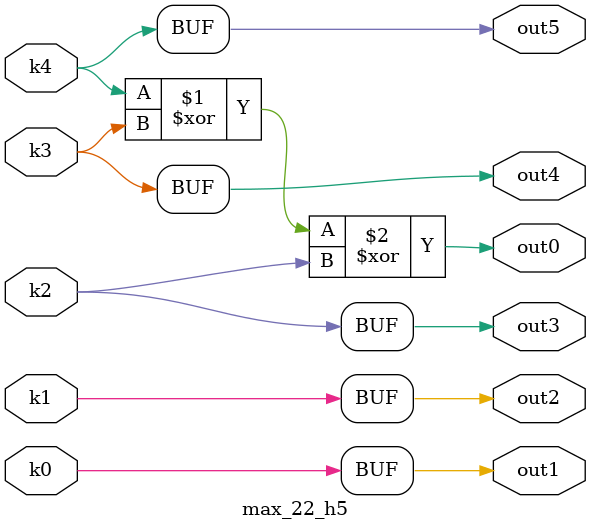
<source format=v>
module max_22(pi00, pi01, pi02, pi03, pi04, pi05, pi06, pi07, pi08, pi09, pi10, po0, po1, po2, po3, po4, po5);
input pi00, pi01, pi02, pi03, pi04, pi05, pi06, pi07, pi08, pi09, pi10;
output po0, po1, po2, po3, po4, po5;
wire k0, k1, k2, k3, k4;
max_22_w5 DUT1 (pi00, pi01, pi02, pi03, pi04, pi05, pi06, pi07, pi08, pi09, pi10, k0, k1, k2, k3, k4);
max_22_h5 DUT2 (k0, k1, k2, k3, k4, po0, po1, po2, po3, po4, po5);
endmodule

module max_22_w5(in10, in9, in8, in7, in6, in5, in4, in3, in2, in1, in0, k4, k3, k2, k1, k0);
input in10, in9, in8, in7, in6, in5, in4, in3, in2, in1, in0;
output k4, k3, k2, k1, k0;
assign k0 =   in0 ? ~in10 : ~in6;
assign k1 =   in0 ? ~in9 : ~in5;
assign k2 =   in0 ? ~in8 : ~in4;
assign k3 =   ~in7 & in3;
assign k4 =   ((~in8 & in4) | (((~in9 & in5) | (((~in10 & in6) | (~in2 & ~in1)) & (~in10 | in6))) & (~in9 | in5))) & (in3 | ~in7) & (~in8 | in4);
endmodule

module max_22_h5(k4, k3, k2, k1, k0, out5, out4, out3, out2, out1, out0);
input k4, k3, k2, k1, k0;
output out5, out4, out3, out2, out1, out0;
assign out0 = k4 ^ k3 ^ k2;
assign out1 = k0;
assign out2 = k1;
assign out3 = k2;
assign out4 = k3;
assign out5 = k4;
endmodule

</source>
